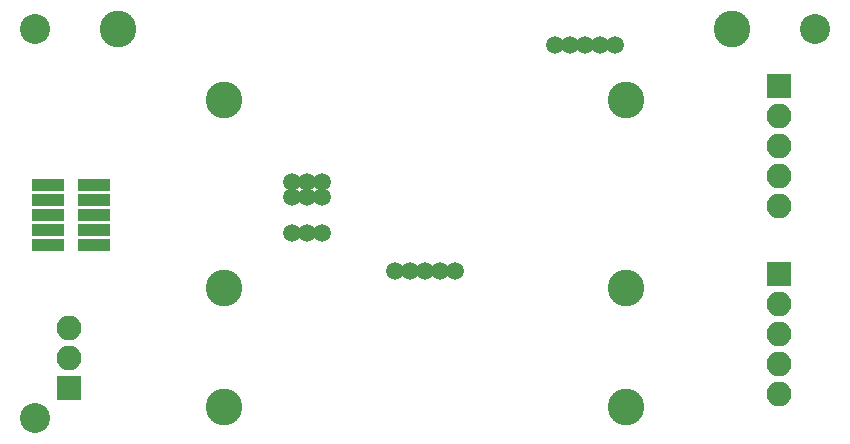
<source format=gbr>
G04 #@! TF.FileFunction,Soldermask,Top*
%FSLAX46Y46*%
G04 Gerber Fmt 4.6, Leading zero omitted, Abs format (unit mm)*
G04 Created by KiCad (PCBNEW 4.0.7-e2-6376~61~ubuntu18.04.1) date Thu Mar  7 01:25:06 2019*
%MOMM*%
%LPD*%
G01*
G04 APERTURE LIST*
%ADD10C,0.100000*%
%ADD11C,3.100000*%
%ADD12C,2.540000*%
%ADD13R,2.800000X1.140000*%
%ADD14R,2.100000X2.100000*%
%ADD15O,2.100000X2.100000*%
%ADD16C,1.500000*%
G04 APERTURE END LIST*
D10*
D11*
X176000000Y-75000000D03*
X124000000Y-75000000D03*
X167000000Y-107000000D03*
X133000000Y-107000000D03*
X167000000Y-81000000D03*
X133000000Y-97000000D03*
X167000000Y-97000000D03*
X133000000Y-81000000D03*
D12*
X117000000Y-75000000D03*
X183000000Y-75000000D03*
X117000000Y-108000000D03*
D13*
X118050000Y-88260000D03*
X121950000Y-88260000D03*
X118050000Y-89530000D03*
X121950000Y-89530000D03*
X118050000Y-90800000D03*
X121950000Y-90800000D03*
X118050000Y-92070000D03*
X121950000Y-92070000D03*
X118050000Y-93340000D03*
X121950000Y-93340000D03*
D14*
X119900000Y-105440000D03*
D15*
X119900000Y-102900000D03*
X119900000Y-100360000D03*
D14*
X180000000Y-95760000D03*
D15*
X180000000Y-98300000D03*
X180000000Y-100840000D03*
X180000000Y-103380000D03*
X180000000Y-105920000D03*
D14*
X180000000Y-79820000D03*
D15*
X180000000Y-82360000D03*
X180000000Y-84900000D03*
X180000000Y-87440000D03*
X180000000Y-89980000D03*
D16*
X138730000Y-87965000D03*
X138730000Y-89235000D03*
X140000000Y-87965000D03*
X140000000Y-89235000D03*
X141270000Y-87965000D03*
X141270000Y-89235000D03*
X147490000Y-95500000D03*
X148760000Y-95500000D03*
X150030000Y-95500000D03*
X151300000Y-95500000D03*
X152570000Y-95500000D03*
X166110000Y-76400000D03*
X164840000Y-76400000D03*
X163570000Y-76400000D03*
X162300000Y-76400000D03*
X161030000Y-76400000D03*
X138760000Y-92300000D03*
X140030000Y-92300000D03*
X141300000Y-92300000D03*
M02*

</source>
